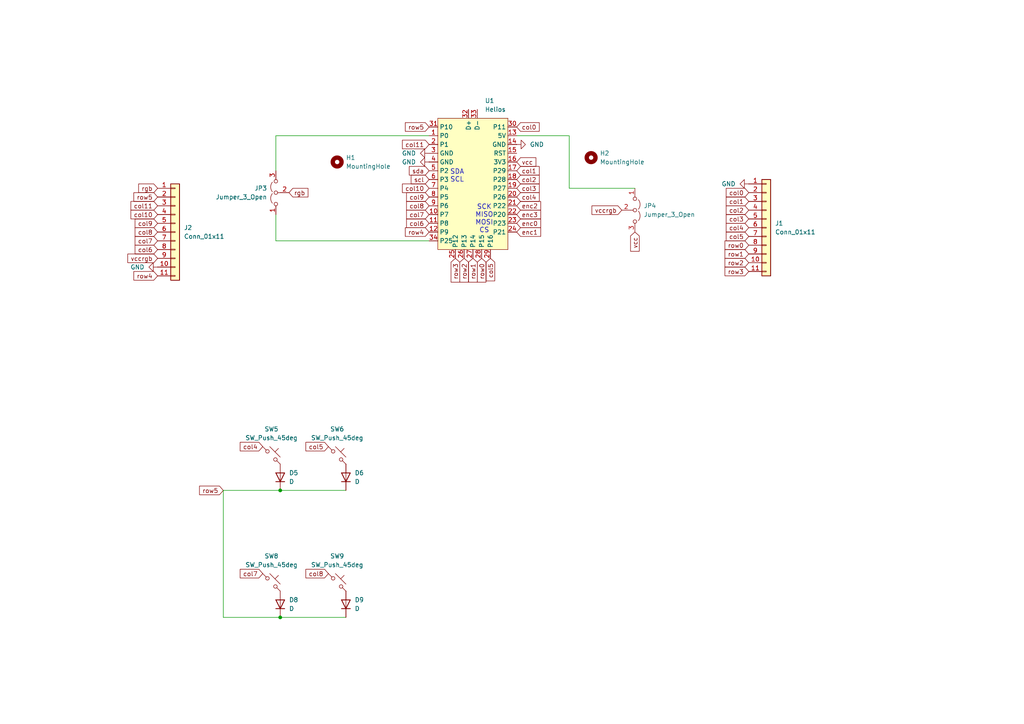
<source format=kicad_sch>
(kicad_sch (version 20231120) (generator "eeschema") (generator_version "8.0")
  (paper "A4")
  (lib_symbols
    (symbol "Connector_Generic:Conn_01x11" (pin_names (offset 1.016) hide)
      (property "Reference" "J" (at 0 15.24 0))
      (property "Value" "Conn_01x11" (at 0 -15.24 0))
      (symbol "Conn_01x11_1_1"
        (rectangle (start -1.27 -12.573) (end 0 -12.827) (stroke (width 0.1524)))
        (rectangle (start -1.27 -10.033) (end 0 -10.287) (stroke (width 0.1524)))
        (rectangle (start -1.27 -7.493) (end 0 -7.747) (stroke (width 0.1524)))
        (rectangle (start -1.27 -4.953) (end 0 -5.207) (stroke (width 0.1524)))
        (rectangle (start -1.27 -2.413) (end 0 -2.667) (stroke (width 0.1524)))
        (rectangle (start -1.27 0.127) (end 0 -0.127) (stroke (width 0.1524)))
        (rectangle (start -1.27 2.667) (end 0 2.413) (stroke (width 0.1524)))
        (rectangle (start -1.27 5.207) (end 0 4.953) (stroke (width 0.1524)))
        (rectangle (start -1.27 7.747) (end 0 7.493) (stroke (width 0.1524)))
        (rectangle (start -1.27 10.287) (end 0 10.033) (stroke (width 0.1524)))
        (rectangle (start -1.27 12.827) (end 0 12.573) (stroke (width 0.1524)))
        (rectangle (start -1.27 13.97) (end 1.27 -13.97) (stroke (width 0.254)) (fill (type background)))
        (pin passive line (at -5.08 12.7 0) (length 3.81) (name "Pin_1") (number "1"))
        (pin passive line (at -5.08 -10.16 0) (length 3.81) (name "Pin_10") (number "10"))
        (pin passive line (at -5.08 -12.7 0) (length 3.81) (name "Pin_11") (number "11"))
        (pin passive line (at -5.08 10.16 0) (length 3.81) (name "Pin_2") (number "2"))
        (pin passive line (at -5.08 7.62 0) (length 3.81) (name "Pin_3") (number "3"))
        (pin passive line (at -5.08 5.08 0) (length 3.81) (name "Pin_4") (number "4"))
        (pin passive line (at -5.08 2.54 0) (length 3.81) (name "Pin_5") (number "5"))
        (pin passive line (at -5.08 0 0) (length 3.81) (name "Pin_6") (number "6"))
        (pin passive line (at -5.08 -2.54 0) (length 3.81) (name "Pin_7") (number "7"))
        (pin passive line (at -5.08 -5.08 0) (length 3.81) (name "Pin_8") (number "8"))
        (pin passive line (at -5.08 -7.62 0) (length 3.81) (name "Pin_9") (number "9"))
      )
    )
    (symbol "Device:D" (pin_numbers hide) (pin_names (offset 1.016) hide)
      (property "Reference" "D" (at 0 2.54 0))
      (property "Value" "D" (at 0 -2.54 0))
      (symbol "D_0_1"
        (polyline (pts (xy -1.27 1.27) (xy -1.27 -1.27)) (stroke (width 0.254)))
        (polyline (pts (xy 1.27 0) (xy -1.27 0)))
        (polyline (pts (xy 1.27 1.27) (xy 1.27 -1.27) (xy -1.27 0) (xy 1.27 1.27)) (stroke (width 0.254)))
      )
      (symbol "D_1_1"
        (pin passive line (at -3.81 0 0) (length 2.54) (name "K") (number "1"))
        (pin passive line (at 3.81 0 180) (length 2.54) (name "A") (number "2"))
      )
    )
    (symbol "Jumper:Jumper_3_Open" (pin_names (offset 0) hide) (exclude_from_sim yes) (in_bom no)
      (property "Reference" "JP" (at -2.54 -2.54 0))
      (property "Value" "Jumper_3_Open" (at 0 2.794 0))
      (symbol "Jumper_3_Open_0_0"
        (circle (center -3.302 0) (radius 0.508))
        (circle (center 0 0) (radius 0.508))
        (circle (center 3.302 0) (radius 0.508))
      )
      (symbol "Jumper_3_Open_0_1"
        (arc (start -0.254 1.016) (mid -1.651 1.4992) (end -3.048 1.016))
        (polyline (pts (xy 0 -0.508) (xy 0 -1.27)))
        (arc (start 3.048 1.016) (mid 1.651 1.4992) (end 0.254 1.016))
      )
      (symbol "Jumper_3_Open_1_1"
        (pin passive line (at -6.35 0 0) (length 2.54) (name "A") (number "1"))
        (pin passive line (at 0 -3.81 90) (length 2.54) (name "C") (number "2"))
        (pin passive line (at 6.35 0 180) (length 2.54) (name "B") (number "3"))
      )
    )
    (symbol "Mechanical:MountingHole" (pin_names (offset 1.016)) (exclude_from_sim yes) (in_bom no)
      (property "Reference" "H" (at 0 5.08 0))
      (property "Value" "MountingHole" (at 0 3.175 0))
      (symbol "MountingHole_0_1"
        (circle (center 0 0) (radius 1.27) (stroke (width 1.27)))
      )
    )
    (symbol "PCM_marbastlib-promicroish:Helios" (in_bom no)
      (property "Reference" "U" (at -7.62 22.86 0))
      (property "Value" "Helios" (at -7.62 20.32 0))
      (symbol "Helios_0_0"
        (pin bidirectional line (at -12.7 13.97 0) (length 2.54) (name "P0") (number "1"))
        (pin bidirectional line (at -12.7 -8.89 0) (length 2.54) (name "P7") (number "10"))
        (pin bidirectional line (at -12.7 -11.43 0) (length 2.54) (name "P8") (number "11"))
        (pin bidirectional line (at -12.7 -13.97 0) (length 2.54) (name "P9") (number "12"))
        (pin power_out line (at 12.7 11.43 180) (length 2.54) (name "GND") (number "14"))
        (pin bidirectional line (at 12.7 8.89 180) (length 2.54) (name "RST") (number "15"))
        (pin bidirectional line (at 12.7 3.81 180) (length 2.54) (name "P29") (number "17"))
        (pin bidirectional line (at 12.7 1.27 180) (length 2.54) (name "P28") (number "18"))
        (pin bidirectional line (at 12.7 -1.27 180) (length 2.54) (name "P27") (number "19"))
        (pin bidirectional line (at -12.7 11.43 0) (length 2.54) (name "P1") (number "2"))
        (pin bidirectional line (at 12.7 -3.81 180) (length 2.54) (name "P26") (number "20"))
        (pin bidirectional line (at 12.7 -6.35 180) (length 2.54) (name "P22") (number "21"))
        (pin bidirectional line (at 12.7 -8.89 180) (length 2.54) (name "P20") (number "22"))
        (pin bidirectional line (at 12.7 -11.43 180) (length 2.54) (name "P23") (number "23"))
        (pin bidirectional line (at 12.7 -13.97 180) (length 2.54) (name "P21") (number "24"))
        (pin power_out line (at -12.7 8.89 0) (length 2.54) (name "GND") (number "3"))
        (pin power_out line (at -12.7 6.35 0) (length 2.54) (name "GND") (number "4"))
        (pin bidirectional line (at -12.7 3.81 0) (length 2.54) (name "P2") (number "5"))
        (pin bidirectional line (at -12.7 1.27 0) (length 2.54) (name "P3") (number "6"))
        (pin bidirectional line (at -12.7 -1.27 0) (length 2.54) (name "P4") (number "7"))
        (pin bidirectional line (at -12.7 -3.81 0) (length 2.54) (name "P5") (number "8"))
        (pin bidirectional line (at -12.7 -6.35 0) (length 2.54) (name "P6") (number "9"))
      )
      (symbol "Helios_1_0"
        (pin bidirectional line (at 12.7 13.97 180) (length 2.54) (name "5V") (number "13"))
        (pin power_out line (at 12.7 6.35 180) (length 2.54) (name "3V3") (number "16"))
        (pin bidirectional line (at -5.08 -21.59 90) (length 2.54) (name "P12") (number "25"))
        (pin bidirectional line (at -2.54 -21.59 90) (length 2.54) (name "P13") (number "26"))
        (pin bidirectional line (at 0 -21.59 90) (length 2.54) (name "P14") (number "27"))
        (pin bidirectional line (at 2.54 -21.59 90) (length 2.54) (name "P15") (number "28"))
        (pin bidirectional line (at 5.08 -21.59 90) (length 2.54) (name "P16") (number "29"))
        (pin power_in line (at 12.7 16.51 180) (length 2.54) (name "P11") (number "30"))
        (pin bidirectional line (at -12.7 16.51 0) (length 2.54) (name "P10") (number "31"))
        (pin bidirectional line (at -1.27 21.59 270) (length 2.54) (name "D+") (number "32"))
        (pin bidirectional line (at 1.27 21.59 270) (length 2.54) (name "D-") (number "33"))
        (pin bidirectional line (at -12.7 -16.51 0) (length 2.54) (name "P25") (number "34"))
      )
      (symbol "Helios_1_1"
        (rectangle (start -10.16 19.05) (end 10.16 -19.05) (fill (type background)))
      )
    )
    (symbol "Switch:SW_Push_45deg" (pin_numbers hide) (pin_names (offset 1.016) hide)
      (property "Reference" "SW" (at 3.048 1.016 0))
      (property "Value" "SW_Push_45deg" (at 0 -3.81 0))
      (symbol "SW_Push_45deg_0_1"
        (circle (center -1.1684 1.1684) (radius 0.508))
        (polyline (pts (xy -0.508 2.54) (xy 2.54 -0.508)))
        (polyline (pts (xy 1.016 1.016) (xy 2.032 2.032)))
        (polyline (pts (xy -2.54 2.54) (xy -1.524 1.524) (xy -1.524 1.524)))
        (polyline (pts (xy 1.524 -1.524) (xy 2.54 -2.54) (xy 2.54 -2.54) (xy 2.54 -2.54)))
        (circle (center 1.143 -1.1938) (radius 0.508))
        (pin passive line (at -2.54 2.54 0) (length 0) (name "1") (number "1"))
        (pin passive line (at 2.54 -2.54 180) (length 0) (name "2") (number "2"))
      )
    )
    (symbol "power:GND" (power) (pin_numbers hide) (pin_names (offset 0) hide)
      (property "Value" "GND" (at 0 -3.81 0))
      (symbol "GND_0_1"
        (polyline (pts (xy 0 0) (xy 0 -1.27) (xy 1.27 -1.27) (xy 0 -2.54) (xy -1.27 -1.27) (xy 0 -1.27)))
      )
      (symbol "GND_1_1"
        (pin power_in line (at 0 0 270) (length 0) (name "~") (number "1"))
      )
    )
  )
  (junction (at 81.28 142.24))
  (junction (at 81.28 179.07))
  (wire (pts (xy 64.77 179.07) (xy 81.28 179.07)))
  (wire (pts (xy 165.1 54.61) (xy 184.15 54.61)))
  (wire (pts (xy 81.28 142.24) (xy 64.77 142.24)))
  (wire (pts (xy 80.01 39.37) (xy 80.01 49.53)))
  (wire (pts (xy 80.01 69.85) (xy 124.46 69.85)))
  (wire (pts (xy 149.86 39.37) (xy 165.1 39.37)))
  (wire (pts (xy 64.77 142.24) (xy 64.77 179.07)))
  (wire (pts (xy 165.1 39.37) (xy 165.1 54.61)))
  (wire (pts (xy 81.28 179.07) (xy 100.33 179.07)))
  (wire (pts (xy 81.28 142.24) (xy 100.33 142.24)))
  (wire (pts (xy 80.01 39.37) (xy 124.46 39.37)))
  (wire (pts (xy 80.01 62.23) (xy 80.01 69.85)))
  (text "SDA\nSCL" (at 132.588 51.054 0) (effects (font (size 1.397 1.397))))
  (text "SCK\nMISO\nMOSI\nCS" (at 140.462 63.5 0) (effects (font (size 1.397 1.397))))
  (global_label "col11" (shape input) (at 124.46 41.91 180) (property "Intersheetrefs" "${INTERSHEET_REFS}" (effects (hide yes))))
  (global_label "col1" (shape input) (at 149.86 49.53 0) (property "Intersheetrefs" "${INTERSHEET_REFS}" (effects (hide yes))))
  (global_label "col9" (shape input) (at 124.46 57.15 180) (property "Intersheetrefs" "${INTERSHEET_REFS}" (effects (hide yes))))
  (global_label "row2" (shape input) (at 134.62 74.93 270) (property "Intersheetrefs" "${INTERSHEET_REFS}" (effects (hide yes))))
  (global_label "col8" (shape input) (at 95.25 166.37 180) (property "Intersheetrefs" "${INTERSHEET_REFS}" (effects (hide yes))))
  (global_label "vccrgb" (shape input) (at 180.34 60.96 180) (property "Intersheetrefs" "${INTERSHEET_REFS}" (effects (hide yes))))
  (global_label "row5" (shape input) (at 64.77 142.24 180) (property "Intersheetrefs" "${INTERSHEET_REFS}" (effects (hide yes))))
  (global_label "col2" (shape input) (at 149.86 52.07 0) (property "Intersheetrefs" "${INTERSHEET_REFS}" (effects (hide yes))))
  (global_label "col5" (shape input) (at 95.25 129.54 180) (property "Intersheetrefs" "${INTERSHEET_REFS}" (effects (hide yes))))
  (global_label "enc0" (shape input) (at 149.86 64.77 0) (property "Intersheetrefs" "${INTERSHEET_REFS}" (effects (hide yes))))
  (global_label "col1" (shape input) (at 217.17 58.42 180) (property "Intersheetrefs" "${INTERSHEET_REFS}" (effects (hide yes))))
  (global_label "col5" (shape input) (at 142.24 74.93 270) (property "Intersheetrefs" "${INTERSHEET_REFS}" (effects (hide yes))))
  (global_label "col3" (shape input) (at 149.86 54.61 0) (property "Intersheetrefs" "${INTERSHEET_REFS}" (effects (hide yes))))
  (global_label "row1" (shape input) (at 217.17 73.66 180) (property "Intersheetrefs" "${INTERSHEET_REFS}" (effects (hide yes))))
  (global_label "vcc" (shape input) (at 184.15 67.31 270) (property "Intersheetrefs" "${INTERSHEET_REFS}" (effects (hide yes))))
  (global_label "col10" (shape input) (at 45.72 62.23 180) (property "Intersheetrefs" "${INTERSHEET_REFS}" (effects (hide yes))))
  (global_label "row0" (shape input) (at 139.7 74.93 270) (property "Intersheetrefs" "${INTERSHEET_REFS}" (effects (hide yes))))
  (global_label "row5" (shape input) (at 45.72 57.15 180) (property "Intersheetrefs" "${INTERSHEET_REFS}" (effects (hide yes))))
  (global_label "col7" (shape input) (at 124.46 62.23 180) (property "Intersheetrefs" "${INTERSHEET_REFS}" (effects (hide yes))))
  (global_label "col6" (shape input) (at 124.46 64.77 180) (property "Intersheetrefs" "${INTERSHEET_REFS}" (effects (hide yes))))
  (global_label "col10" (shape input) (at 124.46 54.61 180) (property "Intersheetrefs" "${INTERSHEET_REFS}" (effects (hide yes))))
  (global_label "col6" (shape input) (at 45.72 72.39 180) (property "Intersheetrefs" "${INTERSHEET_REFS}" (effects (hide yes))))
  (global_label "col4" (shape input) (at 76.2 129.54 180) (property "Intersheetrefs" "${INTERSHEET_REFS}" (effects (hide yes))))
  (global_label "row3" (shape input) (at 217.17 78.74 180) (property "Intersheetrefs" "${INTERSHEET_REFS}" (effects (hide yes))))
  (global_label "col4" (shape input) (at 149.86 57.15 0) (property "Intersheetrefs" "${INTERSHEET_REFS}" (effects (hide yes))))
  (global_label "rgb" (shape input) (at 83.82 55.88 0) (property "Intersheetrefs" "${INTERSHEET_REFS}" (effects (hide yes))))
  (global_label "col9" (shape input) (at 45.72 64.77 180) (property "Intersheetrefs" "${INTERSHEET_REFS}" (effects (hide yes))))
  (global_label "col11" (shape input) (at 45.72 59.69 180) (property "Intersheetrefs" "${INTERSHEET_REFS}" (effects (hide yes))))
  (global_label "rgb" (shape input) (at 45.72 54.61 180) (property "Intersheetrefs" "${INTERSHEET_REFS}" (effects (hide yes))))
  (global_label "vccrgb" (shape input) (at 45.72 74.93 180) (property "Intersheetrefs" "${INTERSHEET_REFS}" (effects (hide yes))))
  (global_label "row3" (shape input) (at 132.08 74.93 270) (property "Intersheetrefs" "${INTERSHEET_REFS}" (effects (hide yes))))
  (global_label "col4" (shape input) (at 217.17 66.04 180) (property "Intersheetrefs" "${INTERSHEET_REFS}" (effects (hide yes))))
  (global_label "col8" (shape input) (at 124.46 59.69 180) (property "Intersheetrefs" "${INTERSHEET_REFS}" (effects (hide yes))))
  (global_label "row0" (shape input) (at 217.17 71.12 180) (property "Intersheetrefs" "${INTERSHEET_REFS}" (effects (hide yes))))
  (global_label "col0" (shape input) (at 149.86 36.83 0) (property "Intersheetrefs" "${INTERSHEET_REFS}" (effects (hide yes))))
  (global_label "col7" (shape input) (at 76.2 166.37 180) (property "Intersheetrefs" "${INTERSHEET_REFS}" (effects (hide yes))))
  (global_label "enc2" (shape input) (at 149.86 59.69 0) (property "Intersheetrefs" "${INTERSHEET_REFS}" (effects (hide yes))))
  (global_label "col7" (shape input) (at 45.72 69.85 180) (property "Intersheetrefs" "${INTERSHEET_REFS}" (effects (hide yes))))
  (global_label "sda" (shape input) (at 124.46 49.53 180) (property "Intersheetrefs" "${INTERSHEET_REFS}" (effects (hide yes))))
  (global_label "scl" (shape input) (at 124.46 52.07 180) (property "Intersheetrefs" "${INTERSHEET_REFS}" (effects (hide yes))))
  (global_label "vcc" (shape input) (at 149.86 46.99 0) (property "Intersheetrefs" "${INTERSHEET_REFS}" (effects (hide yes))))
  (global_label "col5" (shape input) (at 217.17 68.58 180) (property "Intersheetrefs" "${INTERSHEET_REFS}" (effects (hide yes))))
  (global_label "col2" (shape input) (at 217.17 60.96 180) (property "Intersheetrefs" "${INTERSHEET_REFS}" (effects (hide yes))))
  (global_label "row4" (shape input) (at 124.46 67.31 180) (property "Intersheetrefs" "${INTERSHEET_REFS}" (effects (hide yes))))
  (global_label "enc1" (shape input) (at 149.86 67.31 0) (property "Intersheetrefs" "${INTERSHEET_REFS}" (effects (hide yes))))
  (global_label "row1" (shape input) (at 137.16 74.93 270) (property "Intersheetrefs" "${INTERSHEET_REFS}" (effects (hide yes))))
  (global_label "col8" (shape input) (at 45.72 67.31 180) (property "Intersheetrefs" "${INTERSHEET_REFS}" (effects (hide yes))))
  (global_label "row5" (shape input) (at 124.46 36.83 180) (property "Intersheetrefs" "${INTERSHEET_REFS}" (effects (hide yes))))
  (global_label "enc3" (shape input) (at 149.86 62.23 0) (property "Intersheetrefs" "${INTERSHEET_REFS}" (effects (hide yes))))
  (global_label "row4" (shape input) (at 45.72 80.01 180) (property "Intersheetrefs" "${INTERSHEET_REFS}" (effects (hide yes))))
  (global_label "col0" (shape input) (at 217.17 55.88 180) (property "Intersheetrefs" "${INTERSHEET_REFS}" (effects (hide yes))))
  (global_label "col3" (shape input) (at 217.17 63.5 180) (property "Intersheetrefs" "${INTERSHEET_REFS}" (effects (hide yes))))
  (global_label "row2" (shape input) (at 217.17 76.2 180) (property "Intersheetrefs" "${INTERSHEET_REFS}" (effects (hide yes))))
  (symbol (lib_id "power:GND") (at 149.86 41.91 90) (unit 1)
    (property "Reference" "#PWR02" (effects (hide yes)))
    (property "Value" "GND" (at 153.67 41.9099 90) (effects (justify right)))
    (property "Description" "Power symbol creates a global label with name \"GND\" , ground" (effects (hide yes)))
  )
  (symbol (lib_id "Device:D") (at 81.28 138.43 90) (unit 1)
    (property "Reference" "D5" (at 83.82 137.1599 90) (effects (justify right)))
    (property "Value" "D" (at 83.82 139.6999 90) (effects (justify right)))
    (property "Footprint" "barnacle:D_SOD-123-minimal" (effects (hide yes)))
    (property "Description" "Diode" (effects (hide yes)))
    (property "Sim.Device" "D" (effects (hide yes)))
    (property "Sim.Pins" "1=K 2=A" (effects (hide yes)))
  )
  (symbol (lib_id "Switch:SW_Push_45deg") (at 78.74 168.91 0) (unit 1)
    (property "Reference" "SW8" (at 78.74 161.29 0))
    (property "Value" "SW_Push_45deg" (at 78.74 163.83 0))
    (property "Footprint" "PCM_marbastlib-mx:SW_MX_HS_S_CPG151101S11_1u" (effects (hide yes)))
    (property "Description" "Push button switch, normally open, two pins, 45° tilted" (effects (hide yes)))
  )
  (symbol (lib_id "Connector_Generic:Conn_01x11") (at 50.8 67.31 0) (unit 1)
    (property "Reference" "J2" (at 53.34 66.0399 0) (effects (justify left)))
    (property "Value" "Conn_01x11" (at 53.34 68.5799 0) (effects (justify left)))
    (property "Footprint" "Connector_PinHeader_2.54mm:PinHeader_1x11_P2.54mm_Vertical" (effects (hide yes)))
    (property "Description" "Generic connector, single row, 01x11, script generated (kicad-library-utils/schlib/autogen/connector/)" (effects (hide yes)))
  )
  (symbol (lib_id "Device:D") (at 100.33 138.43 90) (unit 1)
    (property "Reference" "D6" (at 102.87 137.1599 90) (effects (justify right)))
    (property "Value" "D" (at 102.87 139.6999 90) (effects (justify right)))
    (property "Footprint" "barnacle:D_SOD-123-minimal" (effects (hide yes)))
    (property "Description" "Diode" (effects (hide yes)))
    (property "Sim.Device" "D" (effects (hide yes)))
    (property "Sim.Pins" "1=K 2=A" (effects (hide yes)))
  )
  (symbol (lib_id "power:GND") (at 124.46 46.99 270) (unit 1)
    (property "Reference" "#PWR04" (effects (hide yes)))
    (property "Value" "GND" (at 120.65 46.9899 90) (effects (justify right)))
    (property "Description" "Power symbol creates a global label with name \"GND\" , ground" (effects (hide yes)))
  )
  (symbol (lib_id "Device:D") (at 100.33 175.26 90) (unit 1)
    (property "Reference" "D9" (at 102.87 173.9899 90) (effects (justify right)))
    (property "Value" "D" (at 102.87 176.5299 90) (effects (justify right)))
    (property "Footprint" "barnacle:D_SOD-123-minimal" (effects (hide yes)))
    (property "Description" "Diode" (effects (hide yes)))
    (property "Sim.Device" "D" (effects (hide yes)))
    (property "Sim.Pins" "1=K 2=A" (effects (hide yes)))
  )
  (symbol (lib_id "Jumper:Jumper_3_Open") (at 80.01 55.88 90) (unit 1) (exclude_from_sim yes) (in_bom no)
    (property "Reference" "JP3" (at 77.47 54.6099 90) (effects (justify left)))
    (property "Value" "Jumper_3_Open" (at 77.47 57.1499 90) (effects (justify left)))
    (property "Footprint" "Jumper:SolderJumper-3_P1.3mm_Open_RoundedPad1.0x1.5mm" (effects (hide yes)))
    (property "Description" "Jumper, 3-pole, both open" (effects (hide yes)))
  )
  (symbol (lib_id "Device:D") (at 81.28 175.26 90) (unit 1)
    (property "Reference" "D8" (at 83.82 173.9899 90) (effects (justify right)))
    (property "Value" "D" (at 83.82 176.5299 90) (effects (justify right)))
    (property "Footprint" "barnacle:D_SOD-123-minimal" (effects (hide yes)))
    (property "Description" "Diode" (effects (hide yes)))
    (property "Sim.Device" "D" (effects (hide yes)))
    (property "Sim.Pins" "1=K 2=A" (effects (hide yes)))
  )
  (symbol (lib_id "Mechanical:MountingHole") (at 97.79 46.99 0) (unit 1) (exclude_from_sim yes) (in_bom no)
    (property "Reference" "H1" (at 100.33 45.7199 0) (effects (justify left)))
    (property "Value" "MountingHole" (at 100.33 48.2599 0) (effects (justify left)))
    (property "Footprint" "MountingHole:MountingHole_3.2mm_M3_DIN965_Pad" (effects (hide yes)))
    (property "Description" "Mounting Hole without connection" (effects (hide yes)))
  )
  (symbol (lib_id "Switch:SW_Push_45deg") (at 78.74 132.08 0) (unit 1)
    (property "Reference" "SW5" (at 78.74 124.46 0))
    (property "Value" "SW_Push_45deg" (at 78.74 127 0))
    (property "Footprint" "PCM_marbastlib-mx:SW_MX_HS_S_CPG151101S11_1u" (effects (hide yes)))
    (property "Description" "Push button switch, normally open, two pins, 45° tilted" (effects (hide yes)))
  )
  (symbol (lib_id "PCM_marbastlib-promicroish:Helios") (at 137.16 53.34 0) (unit 1) (in_bom no)
    (property "Reference" "U1" (at 140.6241 29.21 0) (effects (justify left)))
    (property "Value" "Helios" (at 140.6241 31.75 0) (effects (justify left)))
    (property "Footprint" "PCM_marbastlib-xp-promicroish:Helios_AH_USBup" (effects (hide yes)))
    (property "Datasheet" "https://github.com/0xCB-dev/0xCB-Helios" (effects (hide yes)))
    (property "Description" "Symbol for an 0xCB Helios" (effects (hide yes)))
  )
  (symbol (lib_id "power:GND") (at 217.17 53.34 270) (unit 1)
    (property "Reference" "#PWR05" (effects (hide yes)))
    (property "Value" "GND" (at 213.36 53.3399 90) (effects (justify right)))
    (property "Description" "Power symbol creates a global label with name \"GND\" , ground" (effects (hide yes)))
  )
  (symbol (lib_id "power:GND") (at 124.46 44.45 270) (unit 1)
    (property "Reference" "#PWR03" (effects (hide yes)))
    (property "Value" "GND" (at 120.65 44.4499 90) (effects (justify right)))
    (property "Description" "Power symbol creates a global label with name \"GND\" , ground" (effects (hide yes)))
  )
  (symbol (lib_id "power:GND") (at 45.72 77.47 270) (unit 1)
    (property "Reference" "#PWR01" (effects (hide yes)))
    (property "Value" "GND" (at 41.91 77.4699 90) (effects (justify right)))
    (property "Description" "Power symbol creates a global label with name \"GND\" , ground" (effects (hide yes)))
  )
  (symbol (lib_id "Switch:SW_Push_45deg") (at 97.79 132.08 0) (unit 1)
    (property "Reference" "SW6" (at 97.79 124.46 0))
    (property "Value" "SW_Push_45deg" (at 97.79 127 0))
    (property "Footprint" "PCM_marbastlib-mx:SW_MX_HS_S_CPG151101S11_1u" (effects (hide yes)))
    (property "Description" "Push button switch, normally open, two pins, 45° tilted" (effects (hide yes)))
  )
  (symbol (lib_id "Mechanical:MountingHole") (at 171.45 45.72 0) (unit 1) (exclude_from_sim yes) (in_bom no)
    (property "Reference" "H2" (at 173.99 44.4499 0) (effects (justify left)))
    (property "Value" "MountingHole" (at 173.99 46.9899 0) (effects (justify left)))
    (property "Footprint" "MountingHole:MountingHole_3.2mm_M3_DIN965_Pad" (effects (hide yes)))
    (property "Description" "Mounting Hole without connection" (effects (hide yes)))
  )
  (symbol (lib_id "Connector_Generic:Conn_01x11") (at 222.25 66.04 0) (unit 1)
    (property "Reference" "J1" (at 224.79 64.7699 0) (effects (justify left)))
    (property "Value" "Conn_01x11" (at 224.79 67.3099 0) (effects (justify left)))
    (property "Footprint" "Connector_PinHeader_2.54mm:PinHeader_1x11_P2.54mm_Vertical" (effects (hide yes)))
    (property "Description" "Generic connector, single row, 01x11, script generated (kicad-library-utils/schlib/autogen/connector/)" (effects (hide yes)))
  )
  (symbol (lib_id "Switch:SW_Push_45deg") (at 97.79 168.91 0) (unit 1)
    (property "Reference" "SW9" (at 97.79 161.29 0))
    (property "Value" "SW_Push_45deg" (at 97.79 163.83 0))
    (property "Footprint" "PCM_marbastlib-mx:SW_MX_HS_S_CPG151101S11_1u" (effects (hide yes)))
    (property "Description" "Push button switch, normally open, two pins, 45° tilted" (effects (hide yes)))
  )
  (symbol (lib_id "Jumper:Jumper_3_Open") (at 184.15 60.96 270) (unit 1) (exclude_from_sim yes) (in_bom no)
    (property "Reference" "JP4" (at 186.69 59.6899 90) (effects (justify left)))
    (property "Value" "Jumper_3_Open" (at 186.69 62.2299 90) (effects (justify left)))
    (property "Footprint" "Jumper:SolderJumper-3_P1.3mm_Open_RoundedPad1.0x1.5mm" (effects (hide yes)))
    (property "Description" "Jumper, 3-pole, both open" (effects (hide yes)))
  )
)
</source>
